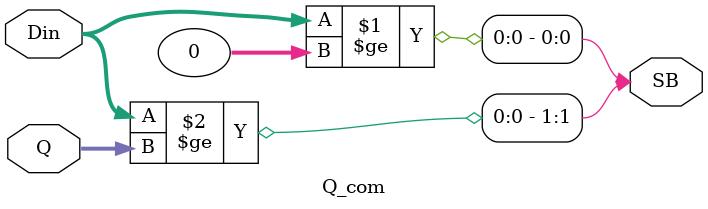
<source format=v>
module Q_com(
    input signed [4:0]Din,
    input signed [4:0]Q,
    output [1:0]SB
);

assign SB = {Din >= Q, Din >= 0}; // MSB | LSB

endmodule
</source>
